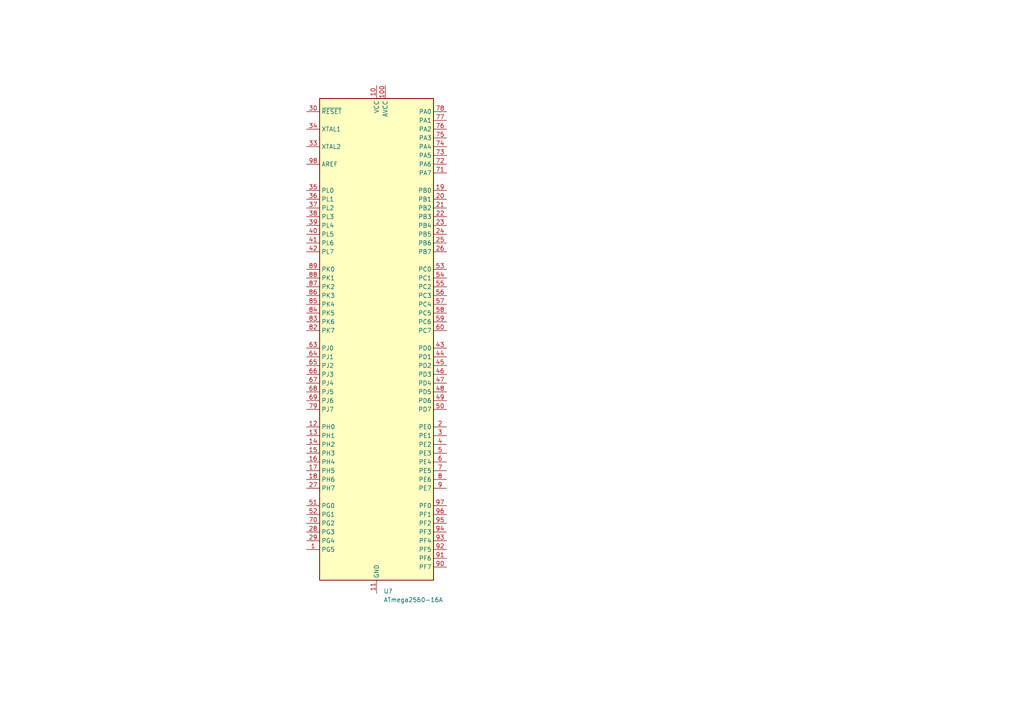
<source format=kicad_sch>
(kicad_sch (version 20211123) (generator eeschema)

  (uuid cd90c521-e696-4e26-b1dd-7475ece4f51e)

  (paper "A4")

  (lib_symbols
    (symbol "MCU_Microchip_ATmega:ATmega2560-16A" (in_bom yes) (on_board yes)
      (property "Reference" "U" (id 0) (at 0 1.27 0)
        (effects (font (size 1.27 1.27)) (justify bottom))
      )
      (property "Value" "ATmega2560-16A" (id 1) (at 0 -1.27 0)
        (effects (font (size 1.27 1.27)) (justify top))
      )
      (property "Footprint" "Package_QFP:TQFP-100_14x14mm_P0.5mm" (id 2) (at 0 0 0)
        (effects (font (size 1.27 1.27) italic) hide)
      )
      (property "Datasheet" "http://ww1.microchip.com/downloads/en/DeviceDoc/Atmel-2549-8-bit-AVR-Microcontroller-ATmega640-1280-1281-2560-2561_datasheet.pdf" (id 3) (at 0 0 0)
        (effects (font (size 1.27 1.27)) hide)
      )
      (property "ki_keywords" "AVR 8bit Microcontroller MegaAVR" (id 4) (at 0 0 0)
        (effects (font (size 1.27 1.27)) hide)
      )
      (property "ki_description" "16MHz, 256kB Flash, 8kB SRAM, 4kB EEPROM, JTAG, TQFP-100" (id 5) (at 0 0 0)
        (effects (font (size 1.27 1.27)) hide)
      )
      (property "ki_fp_filters" "TQFP*14x14mm*P0.5mm*" (id 6) (at 0 0 0)
        (effects (font (size 1.27 1.27)) hide)
      )
      (symbol "ATmega2560-16A_0_1"
        (rectangle (start -16.51 -69.85) (end 16.51 69.85)
          (stroke (width 0.254) (type default) (color 0 0 0 0))
          (fill (type background))
        )
      )
      (symbol "ATmega2560-16A_1_1"
        (pin bidirectional line (at -20.32 -60.96 0) (length 3.81)
          (name "PG5" (effects (font (size 1.27 1.27))))
          (number "1" (effects (font (size 1.27 1.27))))
        )
        (pin power_in line (at 0 73.66 270) (length 3.81)
          (name "VCC" (effects (font (size 1.27 1.27))))
          (number "10" (effects (font (size 1.27 1.27))))
        )
        (pin power_in line (at 2.54 73.66 270) (length 3.81)
          (name "AVCC" (effects (font (size 1.27 1.27))))
          (number "100" (effects (font (size 1.27 1.27))))
        )
        (pin power_in line (at 0 -73.66 90) (length 3.81)
          (name "GND" (effects (font (size 1.27 1.27))))
          (number "11" (effects (font (size 1.27 1.27))))
        )
        (pin bidirectional line (at -20.32 -25.4 0) (length 3.81)
          (name "PH0" (effects (font (size 1.27 1.27))))
          (number "12" (effects (font (size 1.27 1.27))))
        )
        (pin bidirectional line (at -20.32 -27.94 0) (length 3.81)
          (name "PH1" (effects (font (size 1.27 1.27))))
          (number "13" (effects (font (size 1.27 1.27))))
        )
        (pin bidirectional line (at -20.32 -30.48 0) (length 3.81)
          (name "PH2" (effects (font (size 1.27 1.27))))
          (number "14" (effects (font (size 1.27 1.27))))
        )
        (pin bidirectional line (at -20.32 -33.02 0) (length 3.81)
          (name "PH3" (effects (font (size 1.27 1.27))))
          (number "15" (effects (font (size 1.27 1.27))))
        )
        (pin bidirectional line (at -20.32 -35.56 0) (length 3.81)
          (name "PH4" (effects (font (size 1.27 1.27))))
          (number "16" (effects (font (size 1.27 1.27))))
        )
        (pin bidirectional line (at -20.32 -38.1 0) (length 3.81)
          (name "PH5" (effects (font (size 1.27 1.27))))
          (number "17" (effects (font (size 1.27 1.27))))
        )
        (pin bidirectional line (at -20.32 -40.64 0) (length 3.81)
          (name "PH6" (effects (font (size 1.27 1.27))))
          (number "18" (effects (font (size 1.27 1.27))))
        )
        (pin bidirectional line (at 20.32 43.18 180) (length 3.81)
          (name "PB0" (effects (font (size 1.27 1.27))))
          (number "19" (effects (font (size 1.27 1.27))))
        )
        (pin bidirectional line (at 20.32 -25.4 180) (length 3.81)
          (name "PE0" (effects (font (size 1.27 1.27))))
          (number "2" (effects (font (size 1.27 1.27))))
        )
        (pin bidirectional line (at 20.32 40.64 180) (length 3.81)
          (name "PB1" (effects (font (size 1.27 1.27))))
          (number "20" (effects (font (size 1.27 1.27))))
        )
        (pin bidirectional line (at 20.32 38.1 180) (length 3.81)
          (name "PB2" (effects (font (size 1.27 1.27))))
          (number "21" (effects (font (size 1.27 1.27))))
        )
        (pin bidirectional line (at 20.32 35.56 180) (length 3.81)
          (name "PB3" (effects (font (size 1.27 1.27))))
          (number "22" (effects (font (size 1.27 1.27))))
        )
        (pin bidirectional line (at 20.32 33.02 180) (length 3.81)
          (name "PB4" (effects (font (size 1.27 1.27))))
          (number "23" (effects (font (size 1.27 1.27))))
        )
        (pin bidirectional line (at 20.32 30.48 180) (length 3.81)
          (name "PB5" (effects (font (size 1.27 1.27))))
          (number "24" (effects (font (size 1.27 1.27))))
        )
        (pin bidirectional line (at 20.32 27.94 180) (length 3.81)
          (name "PB6" (effects (font (size 1.27 1.27))))
          (number "25" (effects (font (size 1.27 1.27))))
        )
        (pin bidirectional line (at 20.32 25.4 180) (length 3.81)
          (name "PB7" (effects (font (size 1.27 1.27))))
          (number "26" (effects (font (size 1.27 1.27))))
        )
        (pin bidirectional line (at -20.32 -43.18 0) (length 3.81)
          (name "PH7" (effects (font (size 1.27 1.27))))
          (number "27" (effects (font (size 1.27 1.27))))
        )
        (pin bidirectional line (at -20.32 -55.88 0) (length 3.81)
          (name "PG3" (effects (font (size 1.27 1.27))))
          (number "28" (effects (font (size 1.27 1.27))))
        )
        (pin bidirectional line (at -20.32 -58.42 0) (length 3.81)
          (name "PG4" (effects (font (size 1.27 1.27))))
          (number "29" (effects (font (size 1.27 1.27))))
        )
        (pin bidirectional line (at 20.32 -27.94 180) (length 3.81)
          (name "PE1" (effects (font (size 1.27 1.27))))
          (number "3" (effects (font (size 1.27 1.27))))
        )
        (pin input line (at -20.32 66.04 0) (length 3.81)
          (name "~{RESET}" (effects (font (size 1.27 1.27))))
          (number "30" (effects (font (size 1.27 1.27))))
        )
        (pin passive line (at 0 73.66 270) (length 3.81) hide
          (name "VCC" (effects (font (size 1.27 1.27))))
          (number "31" (effects (font (size 1.27 1.27))))
        )
        (pin passive line (at 0 -73.66 90) (length 3.81) hide
          (name "GND" (effects (font (size 1.27 1.27))))
          (number "32" (effects (font (size 1.27 1.27))))
        )
        (pin output line (at -20.32 55.88 0) (length 3.81)
          (name "XTAL2" (effects (font (size 1.27 1.27))))
          (number "33" (effects (font (size 1.27 1.27))))
        )
        (pin input line (at -20.32 60.96 0) (length 3.81)
          (name "XTAL1" (effects (font (size 1.27 1.27))))
          (number "34" (effects (font (size 1.27 1.27))))
        )
        (pin bidirectional line (at -20.32 43.18 0) (length 3.81)
          (name "PL0" (effects (font (size 1.27 1.27))))
          (number "35" (effects (font (size 1.27 1.27))))
        )
        (pin bidirectional line (at -20.32 40.64 0) (length 3.81)
          (name "PL1" (effects (font (size 1.27 1.27))))
          (number "36" (effects (font (size 1.27 1.27))))
        )
        (pin bidirectional line (at -20.32 38.1 0) (length 3.81)
          (name "PL2" (effects (font (size 1.27 1.27))))
          (number "37" (effects (font (size 1.27 1.27))))
        )
        (pin bidirectional line (at -20.32 35.56 0) (length 3.81)
          (name "PL3" (effects (font (size 1.27 1.27))))
          (number "38" (effects (font (size 1.27 1.27))))
        )
        (pin bidirectional line (at -20.32 33.02 0) (length 3.81)
          (name "PL4" (effects (font (size 1.27 1.27))))
          (number "39" (effects (font (size 1.27 1.27))))
        )
        (pin bidirectional line (at 20.32 -30.48 180) (length 3.81)
          (name "PE2" (effects (font (size 1.27 1.27))))
          (number "4" (effects (font (size 1.27 1.27))))
        )
        (pin bidirectional line (at -20.32 30.48 0) (length 3.81)
          (name "PL5" (effects (font (size 1.27 1.27))))
          (number "40" (effects (font (size 1.27 1.27))))
        )
        (pin bidirectional line (at -20.32 27.94 0) (length 3.81)
          (name "PL6" (effects (font (size 1.27 1.27))))
          (number "41" (effects (font (size 1.27 1.27))))
        )
        (pin bidirectional line (at -20.32 25.4 0) (length 3.81)
          (name "PL7" (effects (font (size 1.27 1.27))))
          (number "42" (effects (font (size 1.27 1.27))))
        )
        (pin bidirectional line (at 20.32 -2.54 180) (length 3.81)
          (name "PD0" (effects (font (size 1.27 1.27))))
          (number "43" (effects (font (size 1.27 1.27))))
        )
        (pin bidirectional line (at 20.32 -5.08 180) (length 3.81)
          (name "PD1" (effects (font (size 1.27 1.27))))
          (number "44" (effects (font (size 1.27 1.27))))
        )
        (pin bidirectional line (at 20.32 -7.62 180) (length 3.81)
          (name "PD2" (effects (font (size 1.27 1.27))))
          (number "45" (effects (font (size 1.27 1.27))))
        )
        (pin bidirectional line (at 20.32 -10.16 180) (length 3.81)
          (name "PD3" (effects (font (size 1.27 1.27))))
          (number "46" (effects (font (size 1.27 1.27))))
        )
        (pin bidirectional line (at 20.32 -12.7 180) (length 3.81)
          (name "PD4" (effects (font (size 1.27 1.27))))
          (number "47" (effects (font (size 1.27 1.27))))
        )
        (pin bidirectional line (at 20.32 -15.24 180) (length 3.81)
          (name "PD5" (effects (font (size 1.27 1.27))))
          (number "48" (effects (font (size 1.27 1.27))))
        )
        (pin bidirectional line (at 20.32 -17.78 180) (length 3.81)
          (name "PD6" (effects (font (size 1.27 1.27))))
          (number "49" (effects (font (size 1.27 1.27))))
        )
        (pin bidirectional line (at 20.32 -33.02 180) (length 3.81)
          (name "PE3" (effects (font (size 1.27 1.27))))
          (number "5" (effects (font (size 1.27 1.27))))
        )
        (pin bidirectional line (at 20.32 -20.32 180) (length 3.81)
          (name "PD7" (effects (font (size 1.27 1.27))))
          (number "50" (effects (font (size 1.27 1.27))))
        )
        (pin bidirectional line (at -20.32 -48.26 0) (length 3.81)
          (name "PG0" (effects (font (size 1.27 1.27))))
          (number "51" (effects (font (size 1.27 1.27))))
        )
        (pin bidirectional line (at -20.32 -50.8 0) (length 3.81)
          (name "PG1" (effects (font (size 1.27 1.27))))
          (number "52" (effects (font (size 1.27 1.27))))
        )
        (pin bidirectional line (at 20.32 20.32 180) (length 3.81)
          (name "PC0" (effects (font (size 1.27 1.27))))
          (number "53" (effects (font (size 1.27 1.27))))
        )
        (pin bidirectional line (at 20.32 17.78 180) (length 3.81)
          (name "PC1" (effects (font (size 1.27 1.27))))
          (number "54" (effects (font (size 1.27 1.27))))
        )
        (pin bidirectional line (at 20.32 15.24 180) (length 3.81)
          (name "PC2" (effects (font (size 1.27 1.27))))
          (number "55" (effects (font (size 1.27 1.27))))
        )
        (pin bidirectional line (at 20.32 12.7 180) (length 3.81)
          (name "PC3" (effects (font (size 1.27 1.27))))
          (number "56" (effects (font (size 1.27 1.27))))
        )
        (pin bidirectional line (at 20.32 10.16 180) (length 3.81)
          (name "PC4" (effects (font (size 1.27 1.27))))
          (number "57" (effects (font (size 1.27 1.27))))
        )
        (pin bidirectional line (at 20.32 7.62 180) (length 3.81)
          (name "PC5" (effects (font (size 1.27 1.27))))
          (number "58" (effects (font (size 1.27 1.27))))
        )
        (pin bidirectional line (at 20.32 5.08 180) (length 3.81)
          (name "PC6" (effects (font (size 1.27 1.27))))
          (number "59" (effects (font (size 1.27 1.27))))
        )
        (pin bidirectional line (at 20.32 -35.56 180) (length 3.81)
          (name "PE4" (effects (font (size 1.27 1.27))))
          (number "6" (effects (font (size 1.27 1.27))))
        )
        (pin bidirectional line (at 20.32 2.54 180) (length 3.81)
          (name "PC7" (effects (font (size 1.27 1.27))))
          (number "60" (effects (font (size 1.27 1.27))))
        )
        (pin passive line (at 0 73.66 270) (length 3.81) hide
          (name "VCC" (effects (font (size 1.27 1.27))))
          (number "61" (effects (font (size 1.27 1.27))))
        )
        (pin passive line (at 0 -73.66 90) (length 3.81) hide
          (name "GND" (effects (font (size 1.27 1.27))))
          (number "62" (effects (font (size 1.27 1.27))))
        )
        (pin bidirectional line (at -20.32 -2.54 0) (length 3.81)
          (name "PJ0" (effects (font (size 1.27 1.27))))
          (number "63" (effects (font (size 1.27 1.27))))
        )
        (pin bidirectional line (at -20.32 -5.08 0) (length 3.81)
          (name "PJ1" (effects (font (size 1.27 1.27))))
          (number "64" (effects (font (size 1.27 1.27))))
        )
        (pin bidirectional line (at -20.32 -7.62 0) (length 3.81)
          (name "PJ2" (effects (font (size 1.27 1.27))))
          (number "65" (effects (font (size 1.27 1.27))))
        )
        (pin bidirectional line (at -20.32 -10.16 0) (length 3.81)
          (name "PJ3" (effects (font (size 1.27 1.27))))
          (number "66" (effects (font (size 1.27 1.27))))
        )
        (pin bidirectional line (at -20.32 -12.7 0) (length 3.81)
          (name "PJ4" (effects (font (size 1.27 1.27))))
          (number "67" (effects (font (size 1.27 1.27))))
        )
        (pin bidirectional line (at -20.32 -15.24 0) (length 3.81)
          (name "PJ5" (effects (font (size 1.27 1.27))))
          (number "68" (effects (font (size 1.27 1.27))))
        )
        (pin bidirectional line (at -20.32 -17.78 0) (length 3.81)
          (name "PJ6" (effects (font (size 1.27 1.27))))
          (number "69" (effects (font (size 1.27 1.27))))
        )
        (pin bidirectional line (at 20.32 -38.1 180) (length 3.81)
          (name "PE5" (effects (font (size 1.27 1.27))))
          (number "7" (effects (font (size 1.27 1.27))))
        )
        (pin bidirectional line (at -20.32 -53.34 0) (length 3.81)
          (name "PG2" (effects (font (size 1.27 1.27))))
          (number "70" (effects (font (size 1.27 1.27))))
        )
        (pin bidirectional line (at 20.32 48.26 180) (length 3.81)
          (name "PA7" (effects (font (size 1.27 1.27))))
          (number "71" (effects (font (size 1.27 1.27))))
        )
        (pin bidirectional line (at 20.32 50.8 180) (length 3.81)
          (name "PA6" (effects (font (size 1.27 1.27))))
          (number "72" (effects (font (size 1.27 1.27))))
        )
        (pin bidirectional line (at 20.32 53.34 180) (length 3.81)
          (name "PA5" (effects (font (size 1.27 1.27))))
          (number "73" (effects (font (size 1.27 1.27))))
        )
        (pin bidirectional line (at 20.32 55.88 180) (length 3.81)
          (name "PA4" (effects (font (size 1.27 1.27))))
          (number "74" (effects (font (size 1.27 1.27))))
        )
        (pin bidirectional line (at 20.32 58.42 180) (length 3.81)
          (name "PA3" (effects (font (size 1.27 1.27))))
          (number "75" (effects (font (size 1.27 1.27))))
        )
        (pin bidirectional line (at 20.32 60.96 180) (length 3.81)
          (name "PA2" (effects (font (size 1.27 1.27))))
          (number "76" (effects (font (size 1.27 1.27))))
        )
        (pin bidirectional line (at 20.32 63.5 180) (length 3.81)
          (name "PA1" (effects (font (size 1.27 1.27))))
          (number "77" (effects (font (size 1.27 1.27))))
        )
        (pin bidirectional line (at 20.32 66.04 180) (length 3.81)
          (name "PA0" (effects (font (size 1.27 1.27))))
          (number "78" (effects (font (size 1.27 1.27))))
        )
        (pin bidirectional line (at -20.32 -20.32 0) (length 3.81)
          (name "PJ7" (effects (font (size 1.27 1.27))))
          (number "79" (effects (font (size 1.27 1.27))))
        )
        (pin bidirectional line (at 20.32 -40.64 180) (length 3.81)
          (name "PE6" (effects (font (size 1.27 1.27))))
          (number "8" (effects (font (size 1.27 1.27))))
        )
        (pin passive line (at 0 73.66 270) (length 3.81) hide
          (name "VCC" (effects (font (size 1.27 1.27))))
          (number "80" (effects (font (size 1.27 1.27))))
        )
        (pin passive line (at 0 -73.66 90) (length 3.81) hide
          (name "GND" (effects (font (size 1.27 1.27))))
          (number "81" (effects (font (size 1.27 1.27))))
        )
        (pin bidirectional line (at -20.32 2.54 0) (length 3.81)
          (name "PK7" (effects (font (size 1.27 1.27))))
          (number "82" (effects (font (size 1.27 1.27))))
        )
        (pin bidirectional line (at -20.32 5.08 0) (length 3.81)
          (name "PK6" (effects (font (size 1.27 1.27))))
          (number "83" (effects (font (size 1.27 1.27))))
        )
        (pin bidirectional line (at -20.32 7.62 0) (length 3.81)
          (name "PK5" (effects (font (size 1.27 1.27))))
          (number "84" (effects (font (size 1.27 1.27))))
        )
        (pin bidirectional line (at -20.32 10.16 0) (length 3.81)
          (name "PK4" (effects (font (size 1.27 1.27))))
          (number "85" (effects (font (size 1.27 1.27))))
        )
        (pin bidirectional line (at -20.32 12.7 0) (length 3.81)
          (name "PK3" (effects (font (size 1.27 1.27))))
          (number "86" (effects (font (size 1.27 1.27))))
        )
        (pin bidirectional line (at -20.32 15.24 0) (length 3.81)
          (name "PK2" (effects (font (size 1.27 1.27))))
          (number "87" (effects (font (size 1.27 1.27))))
        )
        (pin bidirectional line (at -20.32 17.78 0) (length 3.81)
          (name "PK1" (effects (font (size 1.27 1.27))))
          (number "88" (effects (font (size 1.27 1.27))))
        )
        (pin bidirectional line (at -20.32 20.32 0) (length 3.81)
          (name "PK0" (effects (font (size 1.27 1.27))))
          (number "89" (effects (font (size 1.27 1.27))))
        )
        (pin bidirectional line (at 20.32 -43.18 180) (length 3.81)
          (name "PE7" (effects (font (size 1.27 1.27))))
          (number "9" (effects (font (size 1.27 1.27))))
        )
        (pin bidirectional line (at 20.32 -66.04 180) (length 3.81)
          (name "PF7" (effects (font (size 1.27 1.27))))
          (number "90" (effects (font (size 1.27 1.27))))
        )
        (pin bidirectional line (at 20.32 -63.5 180) (length 3.81)
          (name "PF6" (effects (font (size 1.27 1.27))))
          (number "91" (effects (font (size 1.27 1.27))))
        )
        (pin bidirectional line (at 20.32 -60.96 180) (length 3.81)
          (name "PF5" (effects (font (size 1.27 1.27))))
          (number "92" (effects (font (size 1.27 1.27))))
        )
        (pin bidirectional line (at 20.32 -58.42 180) (length 3.81)
          (name "PF4" (effects (font (size 1.27 1.27))))
          (number "93" (effects (font (size 1.27 1.27))))
        )
        (pin bidirectional line (at 20.32 -55.88 180) (length 3.81)
          (name "PF3" (effects (font (size 1.27 1.27))))
          (number "94" (effects (font (size 1.27 1.27))))
        )
        (pin bidirectional line (at 20.32 -53.34 180) (length 3.81)
          (name "PF2" (effects (font (size 1.27 1.27))))
          (number "95" (effects (font (size 1.27 1.27))))
        )
        (pin bidirectional line (at 20.32 -50.8 180) (length 3.81)
          (name "PF1" (effects (font (size 1.27 1.27))))
          (number "96" (effects (font (size 1.27 1.27))))
        )
        (pin bidirectional line (at 20.32 -48.26 180) (length 3.81)
          (name "PF0" (effects (font (size 1.27 1.27))))
          (number "97" (effects (font (size 1.27 1.27))))
        )
        (pin passive line (at -20.32 50.8 0) (length 3.81)
          (name "AREF" (effects (font (size 1.27 1.27))))
          (number "98" (effects (font (size 1.27 1.27))))
        )
        (pin passive line (at 0 -73.66 90) (length 3.81) hide
          (name "GND" (effects (font (size 1.27 1.27))))
          (number "99" (effects (font (size 1.27 1.27))))
        )
      )
    )
  )


  (symbol (lib_id "MCU_Microchip_ATmega:ATmega2560-16A") (at 109.22 98.425 0) (unit 1)
    (in_bom yes) (on_board yes) (fields_autoplaced)
    (uuid edfc6923-1cd0-49e2-9628-bee4041cfdc4)
    (property "Reference" "U?" (id 0) (at 111.2394 171.45 0)
      (effects (font (size 1.27 1.27)) (justify left))
    )
    (property "Value" "ATmega2560-16A" (id 1) (at 111.2394 173.99 0)
      (effects (font (size 1.27 1.27)) (justify left))
    )
    (property "Footprint" "Package_QFP:TQFP-100_14x14mm_P0.5mm" (id 2) (at 109.22 98.425 0)
      (effects (font (size 1.27 1.27) italic) hide)
    )
    (property "Datasheet" "http://ww1.microchip.com/downloads/en/DeviceDoc/Atmel-2549-8-bit-AVR-Microcontroller-ATmega640-1280-1281-2560-2561_datasheet.pdf" (id 3) (at 109.22 98.425 0)
      (effects (font (size 1.27 1.27)) hide)
    )
    (pin "1" (uuid b7aa806e-3d41-43d8-b371-d69b9b92c9ae))
    (pin "10" (uuid bf047beb-593d-47f0-8842-7abfe7d5e713))
    (pin "100" (uuid dca18cf0-95c1-4589-acc6-db8928d30e36))
    (pin "11" (uuid 6f41efe4-300f-493f-9892-67ffb690760e))
    (pin "12" (uuid b11cabc3-ec28-4d6a-924e-d9ffef2e53b4))
    (pin "13" (uuid af9059e5-1343-42a6-8bfb-ba0b9bbedccb))
    (pin "14" (uuid 06cf879a-9d74-4160-8fbe-95d7d3924dd9))
    (pin "15" (uuid e03d22d6-0508-4407-b5bf-a49d994b553c))
    (pin "16" (uuid 16ef1db3-2c5a-4117-a49a-a8f8ea00872f))
    (pin "17" (uuid f7f53136-a6e8-4616-ab0c-f26d16971de2))
    (pin "18" (uuid 2fb3a015-a07c-4b46-8d99-863e82d4f572))
    (pin "19" (uuid c7dff723-078c-4da5-a48c-9881d256d58b))
    (pin "2" (uuid 74530ec7-dbcd-4083-9c03-285fbdc79efa))
    (pin "20" (uuid 2e510eab-f4b3-4e5f-911f-9f5ca5a28e03))
    (pin "21" (uuid f12192cf-fdd1-4980-ac1d-fb2e179c1cd9))
    (pin "22" (uuid b3f2c5d2-3550-4ac4-95c6-a26cdebb40fe))
    (pin "23" (uuid 48d1bd7a-1aaa-4a37-86ed-b3889b9e3e22))
    (pin "24" (uuid 38bdf9f5-427b-4f1b-8238-0b9e89bf2d05))
    (pin "25" (uuid b872af9a-a8be-42e8-adb3-6bc6ebb2a65a))
    (pin "26" (uuid 8fc2808f-0f45-4e65-9d0a-8ce1ac7ec72f))
    (pin "27" (uuid ada7be7d-bb8a-4269-a623-724666ddbceb))
    (pin "28" (uuid 0008ae99-d0e2-448a-8b2a-af0e02d7e4a6))
    (pin "29" (uuid 44414e95-779d-4622-b9d0-a3ff4a8b3e45))
    (pin "3" (uuid fbba7a29-00ea-4372-9049-1b2ef2726772))
    (pin "30" (uuid 5b5056de-3f60-4ee5-a157-727e0d806004))
    (pin "31" (uuid 7c7ebc29-a4c2-41aa-ad22-d351953da220))
    (pin "32" (uuid b64e2781-5488-498f-bf99-158f7d09f719))
    (pin "33" (uuid 5a4b741b-b525-422d-aea6-2eef96d32c2d))
    (pin "34" (uuid 02dcc863-c142-4a1c-9ca7-9cc44ce2b6bc))
    (pin "35" (uuid aa2646fc-2bd7-418d-aee0-bf654b46606b))
    (pin "36" (uuid 72197a7c-6dee-4c08-ae5e-ea2a090ab827))
    (pin "37" (uuid d74bd3cb-8b7e-460e-bff8-91c059710788))
    (pin "38" (uuid a610d922-d793-4f94-8d2f-386bc6a84b83))
    (pin "39" (uuid 2c0cb1b2-00f9-4813-95d6-a3e341243c48))
    (pin "4" (uuid aad9220e-eff4-4d12-a610-e5702f8acebb))
    (pin "40" (uuid 2f3ed109-c4a1-4f3b-a774-610792db315e))
    (pin "41" (uuid dc27cfad-2ade-4f22-ae52-e89556baa571))
    (pin "42" (uuid 7b177143-2102-4a56-8831-8e3cfc3e5a27))
    (pin "43" (uuid 71ab7687-add2-432f-963a-e9ec66334cba))
    (pin "44" (uuid b5174751-4392-4356-93a3-0ec1f795497d))
    (pin "45" (uuid 5f65e9ff-edd2-435d-9bf2-01204c372982))
    (pin "46" (uuid 60817b7d-6b40-4edc-8500-b071f04b6b12))
    (pin "47" (uuid b6cc444d-d3bb-4e50-b775-c6315e371b6f))
    (pin "48" (uuid ce2da1bd-4038-478e-9b18-0a21154b7fff))
    (pin "49" (uuid 40fc048f-96d9-4bc3-8855-22f9b15d1fe5))
    (pin "5" (uuid 5868d9f3-e7ae-44e0-b619-065373a7cb7d))
    (pin "50" (uuid ae3b810b-781e-4426-92e7-0dd8d18ada67))
    (pin "51" (uuid 4ea06f76-8c2b-454f-b2d0-c67c7deafd3a))
    (pin "52" (uuid 5ba3e76d-9c2b-430d-8316-dbb2ea85e736))
    (pin "53" (uuid c02ca214-3abd-4d4a-8326-5bd30ed54e7a))
    (pin "54" (uuid 690282f8-43cd-4dc5-bf86-dfa0d4b7595b))
    (pin "55" (uuid 7e42b581-824c-4a95-b4e5-067a60be0916))
    (pin "56" (uuid f157d1b1-f129-428a-a8d6-e5a306270ae6))
    (pin "57" (uuid 278e457a-6133-45f8-a4c5-879accdb20d8))
    (pin "58" (uuid d00c5507-e3b4-4d68-a3f5-51223b0ea7e8))
    (pin "59" (uuid 786b2307-5e14-414b-bd54-200b0381b6c6))
    (pin "6" (uuid c26403e4-3a1d-4991-a8ac-6a8420cff6c0))
    (pin "60" (uuid df400475-2a81-4c59-9b3c-6aace4d765a2))
    (pin "61" (uuid fd3c8489-e7d0-4b40-a2a4-7991ae707215))
    (pin "62" (uuid f4a9f23d-2952-4963-b884-cd7f0eb47d58))
    (pin "63" (uuid 0afa5186-3068-489c-9432-68c61c7cfaa8))
    (pin "64" (uuid cd8acbe3-d19a-4c02-b0d9-7b49ae4e0861))
    (pin "65" (uuid b296952b-9e31-436f-9b87-ee1481406327))
    (pin "66" (uuid a28e8d68-53a5-454b-ad66-ebdeea2db916))
    (pin "67" (uuid 299cd759-bb3d-4e0e-8e37-e17bee66d47e))
    (pin "68" (uuid fac611f9-819a-4c2d-9953-7ada60a2ff33))
    (pin "69" (uuid 6b6f3cdb-1f3f-4831-ae51-10c0d374837b))
    (pin "7" (uuid c13189ee-65ec-4358-8e85-d70d8c69df18))
    (pin "70" (uuid 1ac47d47-9c6b-44cc-bd6a-6cd499de03a8))
    (pin "71" (uuid b9e94dc2-2cb1-400e-b701-422f4ffd1ba0))
    (pin "72" (uuid ce67a4ef-0cc5-4872-881f-88585888a3f3))
    (pin "73" (uuid 2bcb74e0-3e60-408c-b338-073cc2ea465e))
    (pin "74" (uuid f3409387-e226-4578-97fb-172ab8141427))
    (pin "75" (uuid eba1405f-c948-4e7b-b76e-6fe9b8639d4a))
    (pin "76" (uuid 1ace31eb-6f14-4c65-8442-7b1863cf10f8))
    (pin "77" (uuid 085685df-3550-44a0-b33b-70caebe3e4b6))
    (pin "78" (uuid f387d25a-647d-46b6-8a07-0acda04e2a1d))
    (pin "79" (uuid cbae54b8-e099-4807-8948-6b3762c54f4a))
    (pin "8" (uuid 4af6a99c-f280-48d7-ba98-7f1ffb595391))
    (pin "80" (uuid 266c5693-e333-473e-8a47-0e2d7f5c5ca5))
    (pin "81" (uuid 84b64c93-0439-413a-882d-a49e26c22f00))
    (pin "82" (uuid b0375b75-90a3-4ea8-9377-bdf9ddb88525))
    (pin "83" (uuid e11efbcf-1de2-453d-87a7-3864906cc795))
    (pin "84" (uuid c1cea352-5538-491e-ad11-0d3884381c58))
    (pin "85" (uuid 94714846-7e7f-4300-ae18-da7840acd836))
    (pin "86" (uuid 51ead9f9-a25c-40b5-bf74-cf99a8b66e0c))
    (pin "87" (uuid e59aad64-e658-4d48-933c-1d3ced5f0b5d))
    (pin "88" (uuid d527021f-3803-4d66-9e83-a67b2ba99242))
    (pin "89" (uuid 91cf3309-23ab-4fca-8e84-e59476463360))
    (pin "9" (uuid e12eb1ed-b154-439b-b24b-5805b0e15ec0))
    (pin "90" (uuid d03ac9b5-8832-46f1-9cca-2745d00e36bc))
    (pin "91" (uuid e2d7ebb5-a3fa-4358-a54f-31fd11601ea2))
    (pin "92" (uuid b87964f6-272b-4d92-b447-e6fd9a84e994))
    (pin "93" (uuid 5dff4d6c-c9ac-4cca-9684-ba9020a5ddb2))
    (pin "94" (uuid 002be231-1ad6-41d0-9c2e-6bf5ae7ee7a5))
    (pin "95" (uuid 73a0409c-7b7b-41e8-8913-9da973b7dbea))
    (pin "96" (uuid a0a01dfe-abf4-4635-8e67-769360ab208f))
    (pin "97" (uuid 62fe77f0-06a6-40b3-9231-2a41f3783729))
    (pin "98" (uuid 6341018b-4e9d-4b2c-b73a-d74031cc562c))
    (pin "99" (uuid 353faa64-5e6f-413d-9363-68640a3dd79d))
  )
)

</source>
